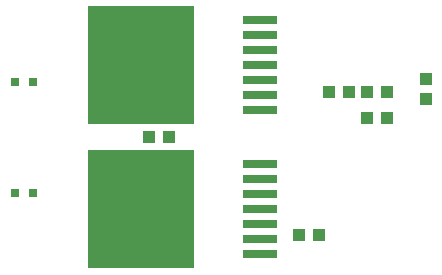
<source format=gtp>
G75*
G70*
%OFA0B0*%
%FSLAX24Y24*%
%IPPOS*%
%LPD*%
%AMOC8*
5,1,8,0,0,1.08239X$1,22.5*
%
%ADD10R,0.1181X0.0315*%
%ADD11R,0.3543X0.3937*%
%ADD12R,0.0394X0.0433*%
%ADD13R,0.0433X0.0394*%
%ADD14R,0.0315X0.0315*%
D10*
X008976Y001356D03*
X008976Y001856D03*
X008976Y002356D03*
X008976Y002856D03*
X008976Y003356D03*
X008976Y003856D03*
X008976Y004356D03*
X008976Y006156D03*
X008976Y006656D03*
X008976Y007156D03*
X008976Y007656D03*
X008976Y008156D03*
X008976Y008656D03*
X008976Y009156D03*
D11*
X004999Y002856D03*
X004999Y007656D03*
D12*
X014501Y007191D03*
X014501Y006521D03*
D13*
X013186Y006756D03*
X012517Y006756D03*
X011936Y006756D03*
X011267Y006756D03*
X012517Y005906D03*
X013186Y005906D03*
X010936Y002006D03*
X010267Y002006D03*
X005936Y005256D03*
X005267Y005256D03*
D14*
X001396Y007106D03*
X000806Y007106D03*
X000806Y003406D03*
X001396Y003406D03*
M02*

</source>
